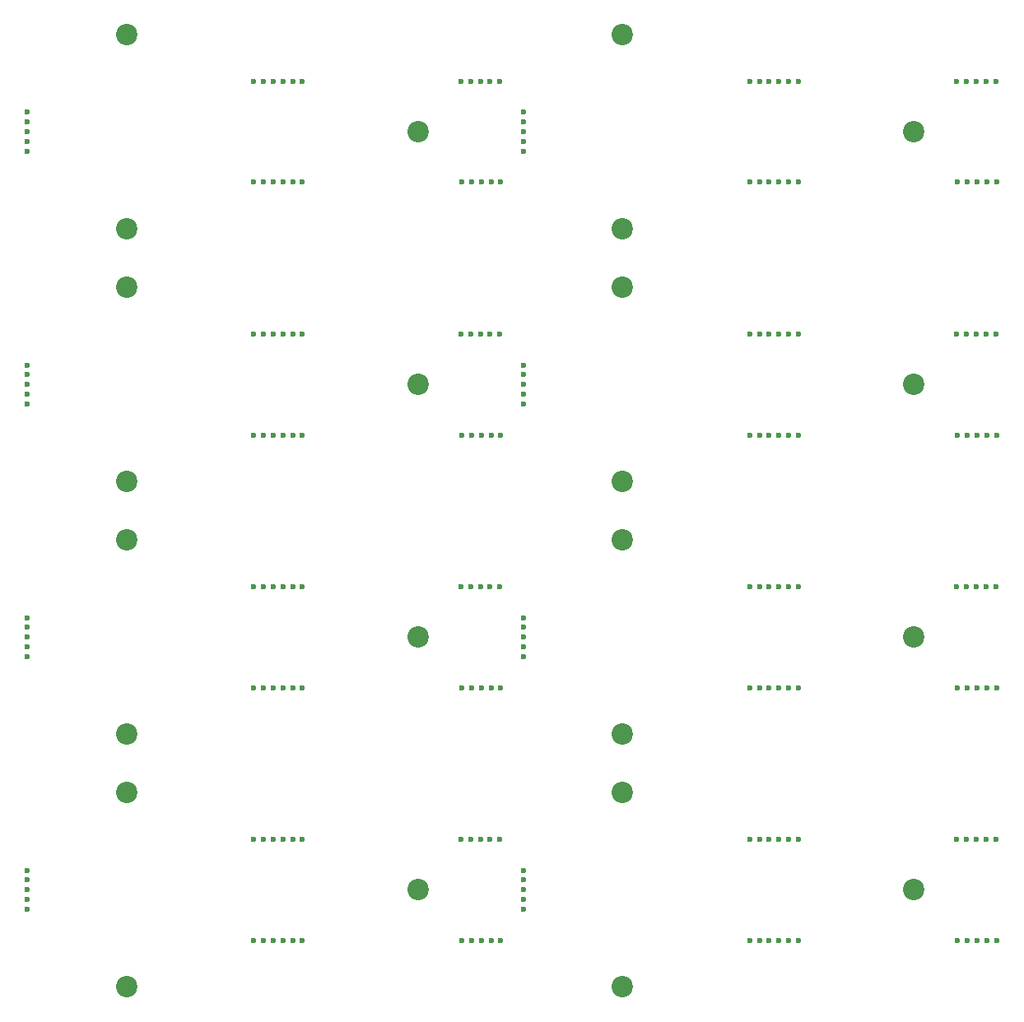
<source format=gbr>
%TF.GenerationSoftware,KiCad,Pcbnew,9.0.3*%
%TF.CreationDate,2025-08-08T18:23:31+02:00*%
%TF.ProjectId,iagabel-panel,69616761-6265-46c2-9d70-616e656c2e6b,rev?*%
%TF.SameCoordinates,Original*%
%TF.FileFunction,Soldermask,Bot*%
%TF.FilePolarity,Negative*%
%FSLAX46Y46*%
G04 Gerber Fmt 4.6, Leading zero omitted, Abs format (unit mm)*
G04 Created by KiCad (PCBNEW 9.0.3) date 2025-08-08 18:23:31*
%MOMM*%
%LPD*%
G01*
G04 APERTURE LIST*
%ADD10C,2.200000*%
%ADD11C,0.600000*%
G04 APERTURE END LIST*
D10*
%TO.C,H1*%
X10000000Y-78000000D03*
%TD*%
%TO.C,H3*%
X10000000Y-98000000D03*
%TD*%
%TO.C,H2*%
X40000000Y-88000000D03*
%TD*%
D11*
%TO.C,REF\u002A\u002A3*%
X25100000Y-93200000D03*
%TD*%
%TO.C,REF\u002A\u002A3*%
X25100000Y-82800000D03*
%TD*%
%TO.C,REF\u002A\u002A2*%
X24100000Y-93200000D03*
%TD*%
%TO.C,REF\u002A\u002A7*%
X-200000Y-88000000D03*
%TD*%
%TO.C,REF\u002A\u002A1*%
X23100000Y-93200000D03*
%TD*%
%TO.C,REF\u002A\u002A4*%
X26100000Y-93200000D03*
%TD*%
%TO.C,REF\u002A\u002A11*%
X46400000Y-82800000D03*
%TD*%
%TO.C,REF\u002A\u002A5*%
X-200000Y-86000000D03*
%TD*%
%TO.C,REF\u002A\u002A*%
X28100000Y-93200000D03*
%TD*%
%TO.C,REF\u002A\u002A2*%
X24100000Y-82800000D03*
%TD*%
%TO.C,REF\u002A\u002A5*%
X48500000Y-93200000D03*
%TD*%
%TO.C,REF\u002A\u002A1*%
X23100000Y-82800000D03*
%TD*%
%TO.C,REF\u002A\u002A9*%
X44400000Y-82800000D03*
%TD*%
%TO.C,REF\u002A\u002A11*%
X46500000Y-93200000D03*
%TD*%
%TO.C,REF\u002A\u002A*%
X27100000Y-93200000D03*
%TD*%
%TO.C,REF\u002A\u002A4*%
X26100000Y-82800000D03*
%TD*%
%TO.C,REF\u002A\u002A*%
X28100000Y-82800000D03*
%TD*%
%TO.C,REF\u002A\u002A8*%
X-200000Y-89000000D03*
%TD*%
%TO.C,REF\u002A\u002A*%
X27100000Y-82800000D03*
%TD*%
%TO.C,REF\u002A\u002A10*%
X45500000Y-93200000D03*
%TD*%
%TO.C,REF\u002A\u002A*%
X-200000Y-90000000D03*
%TD*%
%TO.C,REF\u002A\u002A10*%
X45400000Y-82800000D03*
%TD*%
%TO.C,REF\u002A\u002A6*%
X-200000Y-87000000D03*
%TD*%
%TO.C,REF\u002A\u002A5*%
X48400000Y-82800000D03*
%TD*%
%TO.C,REF\u002A\u002A12*%
X47500000Y-93200000D03*
%TD*%
%TO.C,REF\u002A\u002A12*%
X47400000Y-82800000D03*
%TD*%
%TO.C,REF\u002A\u002A9*%
X44500000Y-93200000D03*
%TD*%
D10*
%TO.C,H2*%
X91000000Y-62000000D03*
%TD*%
%TO.C,H1*%
X61000000Y-52000000D03*
%TD*%
%TO.C,H3*%
X61000000Y-72000000D03*
%TD*%
D11*
%TO.C,REF\u002A\u002A3*%
X76100000Y-67200000D03*
%TD*%
%TO.C,REF\u002A\u002A3*%
X76100000Y-56800000D03*
%TD*%
%TO.C,REF\u002A\u002A2*%
X75100000Y-67200000D03*
%TD*%
%TO.C,REF\u002A\u002A7*%
X50800000Y-62000000D03*
%TD*%
%TO.C,REF\u002A\u002A1*%
X74100000Y-67200000D03*
%TD*%
%TO.C,REF\u002A\u002A4*%
X77100000Y-67200000D03*
%TD*%
%TO.C,REF\u002A\u002A11*%
X97400000Y-56800000D03*
%TD*%
%TO.C,REF\u002A\u002A5*%
X50800000Y-60000000D03*
%TD*%
%TO.C,REF\u002A\u002A*%
X79100000Y-67200000D03*
%TD*%
%TO.C,REF\u002A\u002A2*%
X75100000Y-56800000D03*
%TD*%
%TO.C,REF\u002A\u002A5*%
X99500000Y-67200000D03*
%TD*%
%TO.C,REF\u002A\u002A1*%
X74100000Y-56800000D03*
%TD*%
%TO.C,REF\u002A\u002A9*%
X95400000Y-56800000D03*
%TD*%
%TO.C,REF\u002A\u002A11*%
X97500000Y-67200000D03*
%TD*%
%TO.C,REF\u002A\u002A*%
X78100000Y-67200000D03*
%TD*%
%TO.C,REF\u002A\u002A4*%
X77100000Y-56800000D03*
%TD*%
%TO.C,REF\u002A\u002A*%
X79100000Y-56800000D03*
%TD*%
%TO.C,REF\u002A\u002A8*%
X50800000Y-63000000D03*
%TD*%
%TO.C,REF\u002A\u002A*%
X78100000Y-56800000D03*
%TD*%
%TO.C,REF\u002A\u002A10*%
X96500000Y-67200000D03*
%TD*%
%TO.C,REF\u002A\u002A*%
X50800000Y-64000000D03*
%TD*%
%TO.C,REF\u002A\u002A10*%
X96400000Y-56800000D03*
%TD*%
%TO.C,REF\u002A\u002A6*%
X50800000Y-61000000D03*
%TD*%
%TO.C,REF\u002A\u002A5*%
X99400000Y-56800000D03*
%TD*%
%TO.C,REF\u002A\u002A12*%
X98500000Y-67200000D03*
%TD*%
%TO.C,REF\u002A\u002A12*%
X98400000Y-56800000D03*
%TD*%
%TO.C,REF\u002A\u002A9*%
X95500000Y-67200000D03*
%TD*%
D10*
%TO.C,H1*%
X10000000Y-52000000D03*
%TD*%
%TO.C,H2*%
X40000000Y-62000000D03*
%TD*%
%TO.C,H3*%
X10000000Y-72000000D03*
%TD*%
D11*
%TO.C,REF\u002A\u002A3*%
X25100000Y-67200000D03*
%TD*%
%TO.C,REF\u002A\u002A3*%
X25100000Y-56800000D03*
%TD*%
%TO.C,REF\u002A\u002A2*%
X24100000Y-67200000D03*
%TD*%
%TO.C,REF\u002A\u002A7*%
X-200000Y-62000000D03*
%TD*%
%TO.C,REF\u002A\u002A1*%
X23100000Y-67200000D03*
%TD*%
%TO.C,REF\u002A\u002A4*%
X26100000Y-67200000D03*
%TD*%
%TO.C,REF\u002A\u002A11*%
X46400000Y-56800000D03*
%TD*%
%TO.C,REF\u002A\u002A5*%
X-200000Y-60000000D03*
%TD*%
%TO.C,REF\u002A\u002A*%
X28100000Y-67200000D03*
%TD*%
%TO.C,REF\u002A\u002A2*%
X24100000Y-56800000D03*
%TD*%
%TO.C,REF\u002A\u002A5*%
X48500000Y-67200000D03*
%TD*%
%TO.C,REF\u002A\u002A1*%
X23100000Y-56800000D03*
%TD*%
%TO.C,REF\u002A\u002A9*%
X44400000Y-56800000D03*
%TD*%
%TO.C,REF\u002A\u002A11*%
X46500000Y-67200000D03*
%TD*%
%TO.C,REF\u002A\u002A*%
X27100000Y-67200000D03*
%TD*%
%TO.C,REF\u002A\u002A4*%
X26100000Y-56800000D03*
%TD*%
%TO.C,REF\u002A\u002A*%
X28100000Y-56800000D03*
%TD*%
%TO.C,REF\u002A\u002A8*%
X-200000Y-63000000D03*
%TD*%
%TO.C,REF\u002A\u002A*%
X27100000Y-56800000D03*
%TD*%
%TO.C,REF\u002A\u002A10*%
X45500000Y-67200000D03*
%TD*%
%TO.C,REF\u002A\u002A*%
X-200000Y-64000000D03*
%TD*%
%TO.C,REF\u002A\u002A10*%
X45400000Y-56800000D03*
%TD*%
%TO.C,REF\u002A\u002A6*%
X-200000Y-61000000D03*
%TD*%
%TO.C,REF\u002A\u002A5*%
X48400000Y-56800000D03*
%TD*%
%TO.C,REF\u002A\u002A12*%
X47500000Y-67200000D03*
%TD*%
%TO.C,REF\u002A\u002A12*%
X47400000Y-56800000D03*
%TD*%
%TO.C,REF\u002A\u002A9*%
X44500000Y-67200000D03*
%TD*%
D10*
%TO.C,H1*%
X61000000Y-26000000D03*
%TD*%
%TO.C,H3*%
X61000000Y-46000000D03*
%TD*%
%TO.C,H2*%
X91000000Y-36000000D03*
%TD*%
D11*
%TO.C,REF\u002A\u002A3*%
X76100000Y-41200000D03*
%TD*%
%TO.C,REF\u002A\u002A3*%
X76100000Y-30800000D03*
%TD*%
%TO.C,REF\u002A\u002A2*%
X75100000Y-41200000D03*
%TD*%
%TO.C,REF\u002A\u002A7*%
X50800000Y-36000000D03*
%TD*%
%TO.C,REF\u002A\u002A1*%
X74100000Y-41200000D03*
%TD*%
%TO.C,REF\u002A\u002A4*%
X77100000Y-41200000D03*
%TD*%
%TO.C,REF\u002A\u002A11*%
X97400000Y-30800000D03*
%TD*%
%TO.C,REF\u002A\u002A5*%
X50800000Y-34000000D03*
%TD*%
%TO.C,REF\u002A\u002A*%
X79100000Y-41200000D03*
%TD*%
%TO.C,REF\u002A\u002A2*%
X75100000Y-30800000D03*
%TD*%
%TO.C,REF\u002A\u002A5*%
X99500000Y-41200000D03*
%TD*%
%TO.C,REF\u002A\u002A1*%
X74100000Y-30800000D03*
%TD*%
%TO.C,REF\u002A\u002A9*%
X95400000Y-30800000D03*
%TD*%
%TO.C,REF\u002A\u002A11*%
X97500000Y-41200000D03*
%TD*%
%TO.C,REF\u002A\u002A*%
X78100000Y-41200000D03*
%TD*%
%TO.C,REF\u002A\u002A4*%
X77100000Y-30800000D03*
%TD*%
%TO.C,REF\u002A\u002A*%
X79100000Y-30800000D03*
%TD*%
%TO.C,REF\u002A\u002A8*%
X50800000Y-37000000D03*
%TD*%
%TO.C,REF\u002A\u002A*%
X78100000Y-30800000D03*
%TD*%
%TO.C,REF\u002A\u002A10*%
X96500000Y-41200000D03*
%TD*%
%TO.C,REF\u002A\u002A*%
X50800000Y-38000000D03*
%TD*%
%TO.C,REF\u002A\u002A10*%
X96400000Y-30800000D03*
%TD*%
%TO.C,REF\u002A\u002A6*%
X50800000Y-35000000D03*
%TD*%
%TO.C,REF\u002A\u002A5*%
X99400000Y-30800000D03*
%TD*%
%TO.C,REF\u002A\u002A12*%
X98500000Y-41200000D03*
%TD*%
%TO.C,REF\u002A\u002A12*%
X98400000Y-30800000D03*
%TD*%
%TO.C,REF\u002A\u002A9*%
X95500000Y-41200000D03*
%TD*%
D10*
%TO.C,H2*%
X40000000Y-36000000D03*
%TD*%
%TO.C,H1*%
X10000000Y-26000000D03*
%TD*%
%TO.C,H3*%
X10000000Y-46000000D03*
%TD*%
D11*
%TO.C,REF\u002A\u002A3*%
X25100000Y-41200000D03*
%TD*%
%TO.C,REF\u002A\u002A3*%
X25100000Y-30800000D03*
%TD*%
%TO.C,REF\u002A\u002A2*%
X24100000Y-41200000D03*
%TD*%
%TO.C,REF\u002A\u002A7*%
X-200000Y-36000000D03*
%TD*%
%TO.C,REF\u002A\u002A1*%
X23100000Y-41200000D03*
%TD*%
%TO.C,REF\u002A\u002A4*%
X26100000Y-41200000D03*
%TD*%
%TO.C,REF\u002A\u002A11*%
X46400000Y-30800000D03*
%TD*%
%TO.C,REF\u002A\u002A5*%
X-200000Y-34000000D03*
%TD*%
%TO.C,REF\u002A\u002A*%
X28100000Y-41200000D03*
%TD*%
%TO.C,REF\u002A\u002A2*%
X24100000Y-30800000D03*
%TD*%
%TO.C,REF\u002A\u002A5*%
X48500000Y-41200000D03*
%TD*%
%TO.C,REF\u002A\u002A1*%
X23100000Y-30800000D03*
%TD*%
%TO.C,REF\u002A\u002A9*%
X44400000Y-30800000D03*
%TD*%
%TO.C,REF\u002A\u002A11*%
X46500000Y-41200000D03*
%TD*%
%TO.C,REF\u002A\u002A*%
X27100000Y-41200000D03*
%TD*%
%TO.C,REF\u002A\u002A4*%
X26100000Y-30800000D03*
%TD*%
%TO.C,REF\u002A\u002A*%
X28100000Y-30800000D03*
%TD*%
%TO.C,REF\u002A\u002A8*%
X-200000Y-37000000D03*
%TD*%
%TO.C,REF\u002A\u002A*%
X27100000Y-30800000D03*
%TD*%
%TO.C,REF\u002A\u002A10*%
X45500000Y-41200000D03*
%TD*%
%TO.C,REF\u002A\u002A*%
X-200000Y-38000000D03*
%TD*%
%TO.C,REF\u002A\u002A10*%
X45400000Y-30800000D03*
%TD*%
%TO.C,REF\u002A\u002A6*%
X-200000Y-35000000D03*
%TD*%
%TO.C,REF\u002A\u002A5*%
X48400000Y-30800000D03*
%TD*%
%TO.C,REF\u002A\u002A12*%
X47500000Y-41200000D03*
%TD*%
%TO.C,REF\u002A\u002A12*%
X47400000Y-30800000D03*
%TD*%
%TO.C,REF\u002A\u002A9*%
X44500000Y-41200000D03*
%TD*%
D10*
%TO.C,H1*%
X61000000Y0D03*
%TD*%
%TO.C,H3*%
X61000000Y-20000000D03*
%TD*%
%TO.C,H2*%
X91000000Y-10000000D03*
%TD*%
D11*
%TO.C,REF\u002A\u002A3*%
X76100000Y-15200000D03*
%TD*%
%TO.C,REF\u002A\u002A3*%
X76100000Y-4800000D03*
%TD*%
%TO.C,REF\u002A\u002A2*%
X75100000Y-15200000D03*
%TD*%
%TO.C,REF\u002A\u002A7*%
X50800000Y-10000000D03*
%TD*%
%TO.C,REF\u002A\u002A1*%
X74100000Y-15200000D03*
%TD*%
%TO.C,REF\u002A\u002A4*%
X77100000Y-15200000D03*
%TD*%
%TO.C,REF\u002A\u002A11*%
X97400000Y-4800000D03*
%TD*%
%TO.C,REF\u002A\u002A5*%
X50800000Y-8000000D03*
%TD*%
%TO.C,REF\u002A\u002A*%
X79100000Y-15200000D03*
%TD*%
%TO.C,REF\u002A\u002A2*%
X75100000Y-4800000D03*
%TD*%
%TO.C,REF\u002A\u002A5*%
X99500000Y-15200000D03*
%TD*%
%TO.C,REF\u002A\u002A1*%
X74100000Y-4800000D03*
%TD*%
%TO.C,REF\u002A\u002A9*%
X95400000Y-4800000D03*
%TD*%
%TO.C,REF\u002A\u002A11*%
X97500000Y-15200000D03*
%TD*%
%TO.C,REF\u002A\u002A*%
X78100000Y-15200000D03*
%TD*%
%TO.C,REF\u002A\u002A4*%
X77100000Y-4800000D03*
%TD*%
%TO.C,REF\u002A\u002A*%
X79100000Y-4800000D03*
%TD*%
%TO.C,REF\u002A\u002A8*%
X50800000Y-11000000D03*
%TD*%
%TO.C,REF\u002A\u002A*%
X78100000Y-4800000D03*
%TD*%
%TO.C,REF\u002A\u002A10*%
X96500000Y-15200000D03*
%TD*%
%TO.C,REF\u002A\u002A*%
X50800000Y-12000000D03*
%TD*%
%TO.C,REF\u002A\u002A10*%
X96400000Y-4800000D03*
%TD*%
%TO.C,REF\u002A\u002A6*%
X50800000Y-9000000D03*
%TD*%
%TO.C,REF\u002A\u002A5*%
X99400000Y-4800000D03*
%TD*%
%TO.C,REF\u002A\u002A12*%
X98500000Y-15200000D03*
%TD*%
%TO.C,REF\u002A\u002A12*%
X98400000Y-4800000D03*
%TD*%
%TO.C,REF\u002A\u002A9*%
X95500000Y-15200000D03*
%TD*%
D10*
%TO.C,H1*%
X10000000Y0D03*
%TD*%
%TO.C,H3*%
X10000000Y-20000000D03*
%TD*%
%TO.C,H2*%
X40000000Y-10000000D03*
%TD*%
D11*
%TO.C,REF\u002A\u002A3*%
X25100000Y-15200000D03*
%TD*%
%TO.C,REF\u002A\u002A3*%
X25100000Y-4800000D03*
%TD*%
%TO.C,REF\u002A\u002A2*%
X24100000Y-15200000D03*
%TD*%
%TO.C,REF\u002A\u002A7*%
X-200000Y-10000000D03*
%TD*%
%TO.C,REF\u002A\u002A1*%
X23100000Y-15200000D03*
%TD*%
%TO.C,REF\u002A\u002A4*%
X26100000Y-15200000D03*
%TD*%
%TO.C,REF\u002A\u002A11*%
X46400000Y-4800000D03*
%TD*%
%TO.C,REF\u002A\u002A5*%
X-200000Y-8000000D03*
%TD*%
%TO.C,REF\u002A\u002A*%
X28100000Y-15200000D03*
%TD*%
%TO.C,REF\u002A\u002A2*%
X24100000Y-4800000D03*
%TD*%
%TO.C,REF\u002A\u002A5*%
X48500000Y-15200000D03*
%TD*%
%TO.C,REF\u002A\u002A1*%
X23100000Y-4800000D03*
%TD*%
%TO.C,REF\u002A\u002A9*%
X44400000Y-4800000D03*
%TD*%
%TO.C,REF\u002A\u002A11*%
X46500000Y-15200000D03*
%TD*%
%TO.C,REF\u002A\u002A*%
X27100000Y-15200000D03*
%TD*%
%TO.C,REF\u002A\u002A4*%
X26100000Y-4800000D03*
%TD*%
%TO.C,REF\u002A\u002A*%
X28100000Y-4800000D03*
%TD*%
%TO.C,REF\u002A\u002A8*%
X-200000Y-11000000D03*
%TD*%
%TO.C,REF\u002A\u002A*%
X27100000Y-4800000D03*
%TD*%
%TO.C,REF\u002A\u002A10*%
X45500000Y-15200000D03*
%TD*%
%TO.C,REF\u002A\u002A*%
X-200000Y-12000000D03*
%TD*%
%TO.C,REF\u002A\u002A10*%
X45400000Y-4800000D03*
%TD*%
%TO.C,REF\u002A\u002A6*%
X-200000Y-9000000D03*
%TD*%
%TO.C,REF\u002A\u002A5*%
X48400000Y-4800000D03*
%TD*%
%TO.C,REF\u002A\u002A12*%
X47500000Y-15200000D03*
%TD*%
%TO.C,REF\u002A\u002A12*%
X47400000Y-4800000D03*
%TD*%
%TO.C,REF\u002A\u002A9*%
X44500000Y-15200000D03*
%TD*%
D10*
%TO.C,H1*%
X61000000Y-78000000D03*
%TD*%
%TO.C,H2*%
X91000000Y-88000000D03*
%TD*%
%TO.C,H3*%
X61000000Y-98000000D03*
%TD*%
D11*
%TO.C,REF\u002A\u002A1*%
X74100000Y-93200000D03*
%TD*%
%TO.C,REF\u002A\u002A12*%
X98500000Y-93200000D03*
%TD*%
%TO.C,REF\u002A\u002A*%
X79100000Y-93200000D03*
%TD*%
%TO.C,REF\u002A\u002A2*%
X75100000Y-82800000D03*
%TD*%
%TO.C,REF\u002A\u002A1*%
X74100000Y-82800000D03*
%TD*%
%TO.C,REF\u002A\u002A11*%
X97400000Y-82800000D03*
%TD*%
%TO.C,REF\u002A\u002A9*%
X95400000Y-82800000D03*
%TD*%
%TO.C,REF\u002A\u002A11*%
X97500000Y-93200000D03*
%TD*%
%TO.C,REF\u002A\u002A8*%
X50800000Y-89000000D03*
%TD*%
%TO.C,REF\u002A\u002A9*%
X95500000Y-93200000D03*
%TD*%
%TO.C,REF\u002A\u002A2*%
X75100000Y-93200000D03*
%TD*%
%TO.C,REF\u002A\u002A*%
X50800000Y-90000000D03*
%TD*%
%TO.C,REF\u002A\u002A*%
X78100000Y-93200000D03*
%TD*%
%TO.C,REF\u002A\u002A10*%
X96400000Y-82800000D03*
%TD*%
%TO.C,REF\u002A\u002A6*%
X50800000Y-87000000D03*
%TD*%
%TO.C,REF\u002A\u002A5*%
X99400000Y-82800000D03*
%TD*%
%TO.C,REF\u002A\u002A12*%
X98400000Y-82800000D03*
%TD*%
%TO.C,REF\u002A\u002A3*%
X76100000Y-82800000D03*
%TD*%
%TO.C,REF\u002A\u002A*%
X78100000Y-82800000D03*
%TD*%
%TO.C,REF\u002A\u002A3*%
X76100000Y-93200000D03*
%TD*%
%TO.C,REF\u002A\u002A*%
X79100000Y-82800000D03*
%TD*%
%TO.C,REF\u002A\u002A7*%
X50800000Y-88000000D03*
%TD*%
%TO.C,REF\u002A\u002A4*%
X77100000Y-82800000D03*
%TD*%
%TO.C,REF\u002A\u002A4*%
X77100000Y-93200000D03*
%TD*%
%TO.C,REF\u002A\u002A10*%
X96500000Y-93200000D03*
%TD*%
%TO.C,REF\u002A\u002A5*%
X99500000Y-93200000D03*
%TD*%
%TO.C,REF\u002A\u002A5*%
X50800000Y-86000000D03*
%TD*%
M02*

</source>
